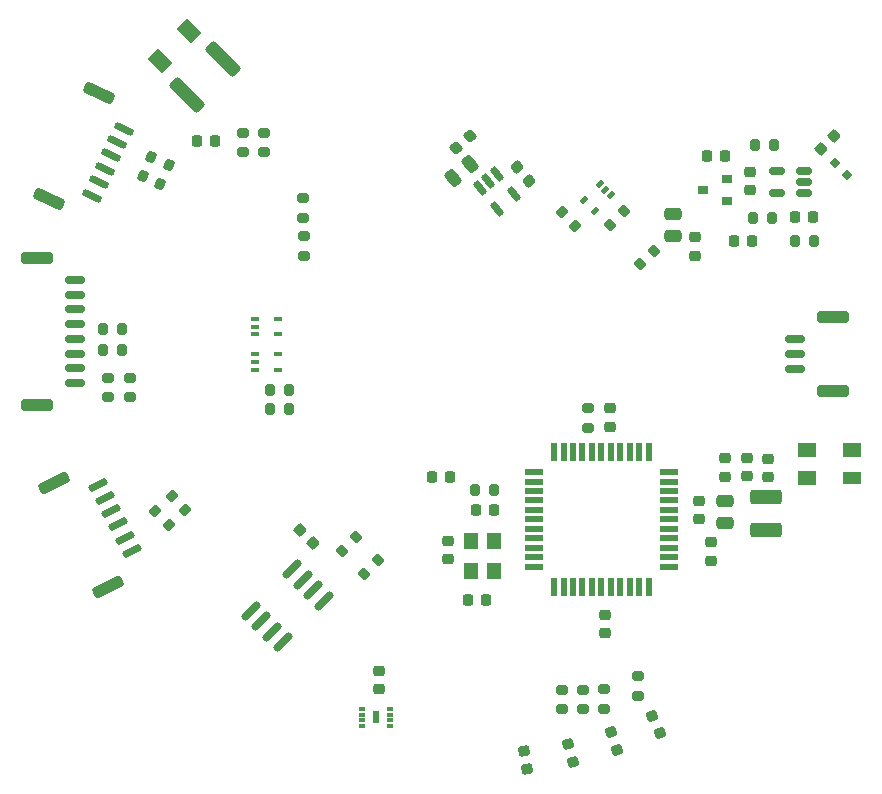
<source format=gbr>
%TF.GenerationSoftware,KiCad,Pcbnew,6.0.11+dfsg-1~bpo11+1*%
%TF.CreationDate,2023-06-13T17:33:57+00:00*%
%TF.ProjectId,USTTHUNDERMILLPCB01,55535454-4855-44e4-9445-524d494c4c50,rev?*%
%TF.SameCoordinates,Original*%
%TF.FileFunction,Paste,Top*%
%TF.FilePolarity,Positive*%
%FSLAX46Y46*%
G04 Gerber Fmt 4.6, Leading zero omitted, Abs format (unit mm)*
G04 Created by KiCad (PCBNEW 6.0.11+dfsg-1~bpo11+1) date 2023-06-13 17:33:57*
%MOMM*%
%LPD*%
G01*
G04 APERTURE LIST*
G04 Aperture macros list*
%AMRoundRect*
0 Rectangle with rounded corners*
0 $1 Rounding radius*
0 $2 $3 $4 $5 $6 $7 $8 $9 X,Y pos of 4 corners*
0 Add a 4 corners polygon primitive as box body*
4,1,4,$2,$3,$4,$5,$6,$7,$8,$9,$2,$3,0*
0 Add four circle primitives for the rounded corners*
1,1,$1+$1,$2,$3*
1,1,$1+$1,$4,$5*
1,1,$1+$1,$6,$7*
1,1,$1+$1,$8,$9*
0 Add four rect primitives between the rounded corners*
20,1,$1+$1,$2,$3,$4,$5,0*
20,1,$1+$1,$4,$5,$6,$7,0*
20,1,$1+$1,$6,$7,$8,$9,0*
20,1,$1+$1,$8,$9,$2,$3,0*%
%AMRotRect*
0 Rectangle, with rotation*
0 The origin of the aperture is its center*
0 $1 length*
0 $2 width*
0 $3 Rotation angle, in degrees counterclockwise*
0 Add horizontal line*
21,1,$1,$2,0,0,$3*%
G04 Aperture macros list end*
%ADD10RoundRect,0.200000X0.275000X-0.200000X0.275000X0.200000X-0.275000X0.200000X-0.275000X-0.200000X0*%
%ADD11RoundRect,0.200000X-0.275000X0.200000X-0.275000X-0.200000X0.275000X-0.200000X0.275000X0.200000X0*%
%ADD12RoundRect,0.200000X0.335876X0.053033X0.053033X0.335876X-0.335876X-0.053033X-0.053033X-0.335876X0*%
%ADD13RoundRect,0.225000X0.250000X-0.225000X0.250000X0.225000X-0.250000X0.225000X-0.250000X-0.225000X0*%
%ADD14RoundRect,0.250000X-0.113813X0.524568X-0.496835X0.203174X0.113813X-0.524568X0.496835X-0.203174X0*%
%ADD15RoundRect,0.218750X0.304135X-0.144974X0.190902X0.277619X-0.304135X0.144974X-0.190902X-0.277619X0*%
%ADD16RoundRect,0.218750X0.324689X-0.089959X0.139794X0.306551X-0.324689X0.089959X-0.139794X-0.306551X0*%
%ADD17RoundRect,0.200000X-0.200000X-0.275000X0.200000X-0.275000X0.200000X0.275000X-0.200000X0.275000X0*%
%ADD18RoundRect,0.218750X0.290343X-0.170929X0.214371X0.259924X-0.290343X0.170929X-0.214371X-0.259924X0*%
%ADD19RoundRect,0.200000X0.200000X0.275000X-0.200000X0.275000X-0.200000X-0.275000X0.200000X-0.275000X0*%
%ADD20RoundRect,0.200000X0.297482X0.164711X-0.065042X0.333758X-0.297482X-0.164711X0.065042X-0.333758X0*%
%ADD21RoundRect,0.225000X-0.250000X0.225000X-0.250000X-0.225000X0.250000X-0.225000X0.250000X0.225000X0*%
%ADD22RoundRect,0.250000X0.475000X-0.250000X0.475000X0.250000X-0.475000X0.250000X-0.475000X-0.250000X0*%
%ADD23RoundRect,0.250000X-0.475000X0.250000X-0.475000X-0.250000X0.475000X-0.250000X0.475000X0.250000X0*%
%ADD24RoundRect,0.150000X-0.477297X-0.689429X0.689429X0.477297X0.477297X0.689429X-0.689429X-0.477297X0*%
%ADD25RoundRect,0.150000X-0.571023X0.431779X-0.697808X0.159887X0.571023X-0.431779X0.697808X-0.159887X0*%
%ADD26RoundRect,0.250000X-0.891284X0.691457X-1.102593X0.238303X0.891284X-0.691457X1.102593X-0.238303X0*%
%ADD27R,0.650000X0.400000*%
%ADD28RoundRect,0.225000X0.225000X0.250000X-0.225000X0.250000X-0.225000X-0.250000X0.225000X-0.250000X0*%
%ADD29RotRect,1.300000X1.700000X225.000000*%
%ADD30RoundRect,0.250000X-1.075000X0.375000X-1.075000X-0.375000X1.075000X-0.375000X1.075000X0.375000X0*%
%ADD31RoundRect,0.225000X0.336138X-0.011663X0.046884X0.333057X-0.336138X0.011663X-0.046884X-0.333057X0*%
%ADD32RoundRect,0.150000X-0.444335X0.296180X0.214522X-0.489016X0.444335X-0.296180X-0.214522X0.489016X0*%
%ADD33R,0.900000X0.800000*%
%ADD34R,1.550000X1.150000*%
%ADD35R,1.550000X1.050000*%
%ADD36R,1.500000X0.550000*%
%ADD37R,0.550000X1.500000*%
%ADD38RotRect,0.600000X0.700000X135.000000*%
%ADD39RoundRect,0.225000X-0.225000X-0.250000X0.225000X-0.250000X0.225000X0.250000X-0.225000X0.250000X0*%
%ADD40RoundRect,0.200000X-0.053033X0.335876X-0.335876X0.053033X0.053033X-0.335876X0.335876X-0.053033X0*%
%ADD41RoundRect,0.150000X-0.691803X-0.184142X-0.555606X-0.451444X0.691803X0.184142X0.555606X0.451444X0*%
%ADD42RoundRect,0.250000X-1.093605X-0.276638X-0.866610X-0.722141X1.093605X0.276638X0.866610X0.722141X0*%
%ADD43RoundRect,0.150000X0.512500X0.150000X-0.512500X0.150000X-0.512500X-0.150000X0.512500X-0.150000X0*%
%ADD44RoundRect,0.200000X0.053033X-0.335876X0.335876X-0.053033X-0.053033X0.335876X-0.335876X0.053033X0*%
%ADD45R,1.200000X1.400000*%
%ADD46RoundRect,0.150000X0.700000X-0.150000X0.700000X0.150000X-0.700000X0.150000X-0.700000X-0.150000X0*%
%ADD47RoundRect,0.250000X1.100000X-0.250000X1.100000X0.250000X-1.100000X0.250000X-1.100000X-0.250000X0*%
%ADD48RoundRect,0.225000X-0.017678X0.335876X-0.335876X0.017678X0.017678X-0.335876X0.335876X-0.017678X0*%
%ADD49RoundRect,0.225000X0.335876X0.017678X0.017678X0.335876X-0.335876X-0.017678X-0.017678X-0.335876X0*%
%ADD50RoundRect,0.250000X0.804334X-1.246276X1.246276X-0.804334X-0.804334X1.246276X-1.246276X0.804334X0*%
%ADD51RotRect,0.650000X0.400000X225.000000*%
%ADD52RoundRect,0.225000X-0.011663X-0.336138X0.333057X-0.046884X0.011663X0.336138X-0.333057X0.046884X0*%
%ADD53R,0.600000X0.300000*%
%ADD54R,0.600000X1.020000*%
%ADD55RoundRect,0.150000X-0.700000X0.150000X-0.700000X-0.150000X0.700000X-0.150000X0.700000X0.150000X0*%
%ADD56RoundRect,0.250000X-1.100000X0.250000X-1.100000X-0.250000X1.100000X-0.250000X1.100000X0.250000X0*%
%ADD57RoundRect,0.218750X0.315613X-0.117915X0.165979X0.293200X-0.315613X0.117915X-0.165979X-0.293200X0*%
G04 APERTURE END LIST*
D10*
%TO.C,R5*%
X8884000Y-31695400D03*
X8884000Y-30045400D03*
%TD*%
D11*
%TO.C,R26*%
X9300000Y-6225000D03*
X9300000Y-7875000D03*
%TD*%
D12*
%TO.C,R16*%
X-24771000Y-14815000D03*
X-25937726Y-13648274D03*
%TD*%
D13*
%TO.C,C14*%
X20919200Y-12015000D03*
X20919200Y-10465000D03*
%TD*%
D14*
%TO.C,C6*%
X-638094Y14482552D03*
X-2093578Y13261256D03*
%TD*%
D15*
%TO.C,D3*%
X8071820Y-36149667D03*
X7664180Y-34628333D03*
%TD*%
D10*
%TO.C,R21*%
X13583000Y-30562000D03*
X13583000Y-28912000D03*
%TD*%
%TO.C,R9*%
X-14800000Y9900000D03*
X-14800000Y11550000D03*
%TD*%
D16*
%TO.C,D6*%
X15439812Y-33689717D03*
X14774188Y-32262283D03*
%TD*%
D17*
%TO.C,R3*%
X26810200Y7979600D03*
X28460200Y7979600D03*
%TD*%
%TO.C,R1*%
X23445200Y16107600D03*
X25095200Y16107600D03*
%TD*%
D18*
%TO.C,D4*%
X4194748Y-36799536D03*
X3921252Y-35248464D03*
%TD*%
D19*
%TO.C,R8*%
X-15975000Y-6300000D03*
X-17625000Y-6300000D03*
%TD*%
D20*
%TO.C,R24*%
X-26154592Y14352680D03*
X-27650000Y15050000D03*
%TD*%
D21*
%TO.C,C10*%
X18400000Y8250000D03*
X18400000Y6700000D03*
%TD*%
D22*
%TO.C,C9*%
X16500000Y8350000D03*
X16500000Y10250000D03*
%TD*%
D23*
%TO.C,C21*%
X20900800Y-14040000D03*
X20900800Y-15940000D03*
%TD*%
D24*
%TO.C,U9*%
X-19232128Y-23346051D03*
X-18334102Y-24244076D03*
X-17436076Y-25142102D03*
X-16538051Y-26040128D03*
X-13037872Y-22539949D03*
X-13935898Y-21641924D03*
X-14833924Y-20743898D03*
X-15731949Y-19845872D03*
%TD*%
D12*
%TO.C,R27*%
X8250000Y9250000D03*
X7083274Y10416726D03*
%TD*%
D11*
%TO.C,R7*%
X-18100000Y17100000D03*
X-18100000Y15450000D03*
%TD*%
D25*
%TO.C,J1*%
X-30002649Y17450368D03*
X-30530921Y16317483D03*
X-31059194Y15184599D03*
X-31587467Y14051714D03*
X-32115740Y12918829D03*
X-32644013Y11785944D03*
D26*
X-32120990Y20479416D03*
X-36326041Y11461653D03*
%TD*%
D13*
%TO.C,C19*%
X11220000Y-7775000D03*
X11220000Y-6225000D03*
%TD*%
D27*
%TO.C,U10*%
X-18850000Y-1650000D03*
X-18850000Y-2300000D03*
X-18850000Y-2950000D03*
X-16950000Y-2950000D03*
X-16950000Y-1650000D03*
%TD*%
D28*
%TO.C,C17*%
X725000Y-22420000D03*
X-825000Y-22420000D03*
%TD*%
D29*
%TO.C,D2*%
X-24462563Y25687437D03*
X-26937437Y23212563D03*
%TD*%
D21*
%TO.C,C15*%
X-2500000Y-17425000D03*
X-2500000Y-18975000D03*
%TD*%
D30*
%TO.C,L1*%
X24400000Y-13700000D03*
X24400000Y-16500000D03*
%TD*%
D31*
%TO.C,C8*%
X4298160Y13006316D03*
X3301840Y14193684D03*
%TD*%
D19*
%TO.C,R19*%
X-30125000Y500000D03*
X-31775000Y500000D03*
%TD*%
D32*
%TO.C,U3*%
X1596571Y13632024D03*
X868829Y13021376D03*
X141087Y12410727D03*
X1603429Y10667976D03*
X3058913Y11889273D03*
%TD*%
D33*
%TO.C,U1*%
X21060000Y11286000D03*
X21060000Y13186000D03*
X19060000Y12236000D03*
%TD*%
D19*
%TO.C,R10*%
X-15975000Y-4700000D03*
X-17625000Y-4700000D03*
%TD*%
D21*
%TO.C,C18*%
X10789000Y-23692000D03*
X10789000Y-25242000D03*
%TD*%
D34*
%TO.C,SW1*%
X31700000Y-9750000D03*
X27900000Y-9750000D03*
X27900000Y-12150000D03*
D35*
X31700000Y-12150000D03*
%TD*%
D27*
%TO.C,U11*%
X-18850000Y1350000D03*
X-18850000Y700000D03*
X-18850000Y50000D03*
X-16950000Y50000D03*
X-16950000Y1350000D03*
%TD*%
D36*
%TO.C,U8*%
X4750800Y-11630000D03*
X4750800Y-12430000D03*
X4750800Y-13230000D03*
X4750800Y-14030000D03*
X4750800Y-14830000D03*
X4750800Y-15630000D03*
X4750800Y-16430000D03*
X4750800Y-17230000D03*
X4750800Y-18030000D03*
X4750800Y-18830000D03*
X4750800Y-19630000D03*
D37*
X6450800Y-21330000D03*
X7250800Y-21330000D03*
X8050800Y-21330000D03*
X8850800Y-21330000D03*
X9650800Y-21330000D03*
X10450800Y-21330000D03*
X11250800Y-21330000D03*
X12050800Y-21330000D03*
X12850800Y-21330000D03*
X13650800Y-21330000D03*
X14450800Y-21330000D03*
D36*
X16150800Y-19630000D03*
X16150800Y-18830000D03*
X16150800Y-18030000D03*
X16150800Y-17230000D03*
X16150800Y-16430000D03*
X16150800Y-15630000D03*
X16150800Y-14830000D03*
X16150800Y-14030000D03*
X16150800Y-13230000D03*
X16150800Y-12430000D03*
X16150800Y-11630000D03*
D37*
X14450800Y-9930000D03*
X13650800Y-9930000D03*
X12850800Y-9930000D03*
X12050800Y-9930000D03*
X11250800Y-9930000D03*
X10450800Y-9930000D03*
X9650800Y-9930000D03*
X8850800Y-9930000D03*
X8050800Y-9930000D03*
X7250800Y-9930000D03*
X6450800Y-9930000D03*
%TD*%
D38*
%TO.C,D1*%
X30233025Y14508975D03*
X31222975Y13519025D03*
%TD*%
D39*
%TO.C,C4*%
X26860200Y10011600D03*
X28410200Y10011600D03*
%TD*%
D40*
%TO.C,R13*%
X-10344637Y-17152637D03*
X-11511363Y-18319363D03*
%TD*%
D11*
%TO.C,R6*%
X-19878000Y17100000D03*
X-19878000Y15450000D03*
%TD*%
D21*
%TO.C,C16*%
X19750000Y-17575000D03*
X19750000Y-19125000D03*
%TD*%
D39*
%TO.C,C3*%
X21698000Y7918000D03*
X23248000Y7918000D03*
%TD*%
D41*
%TO.C,J6*%
X-32161358Y-12714722D03*
X-31593870Y-13828480D03*
X-31026382Y-14942238D03*
X-30458894Y-16055997D03*
X-29891406Y-17169755D03*
X-29323918Y-18283513D03*
D42*
X-31335256Y-21384645D03*
X-35852462Y-12519130D03*
%TD*%
D40*
%TO.C,R12*%
X-8439637Y-19057637D03*
X-9606363Y-20224363D03*
%TD*%
D21*
%TO.C,C23*%
X18750800Y-14040000D03*
X18750800Y-15590000D03*
%TD*%
D43*
%TO.C,U2*%
X27629700Y11982600D03*
X27629700Y12932600D03*
X27629700Y13882600D03*
X25354700Y13882600D03*
X25354700Y11982600D03*
%TD*%
D44*
%TO.C,R28*%
X11166637Y9316637D03*
X12333363Y10483363D03*
%TD*%
D45*
%TO.C,Y1*%
X-558400Y-17441400D03*
X-558400Y-20041400D03*
X1341600Y-20041400D03*
X1341600Y-17441400D03*
%TD*%
D28*
%TO.C,C22*%
X-22250000Y16400000D03*
X-23800000Y16400000D03*
%TD*%
D46*
%TO.C,J2*%
X26846000Y-2882400D03*
X26846000Y-1632400D03*
X26846000Y-382400D03*
D47*
X30046000Y1467600D03*
X30046000Y-4732400D03*
%TD*%
D17*
%TO.C,R2*%
X23254200Y9884600D03*
X24904200Y9884600D03*
%TD*%
D28*
%TO.C,C1*%
X20962000Y15157000D03*
X19412000Y15157000D03*
%TD*%
D10*
%TO.C,R22*%
X-29450000Y-5275000D03*
X-29450000Y-3625000D03*
%TD*%
%TO.C,R23*%
X-31300000Y-5275000D03*
X-31300000Y-3625000D03*
%TD*%
D11*
%TO.C,R11*%
X-14700000Y8325000D03*
X-14700000Y6675000D03*
%TD*%
D10*
%TO.C,R18*%
X10662000Y-31642000D03*
X10662000Y-29992000D03*
%TD*%
D21*
%TO.C,C5*%
X23063200Y13821600D03*
X23063200Y12271600D03*
%TD*%
D28*
%TO.C,C20*%
X1375000Y-14870000D03*
X-175000Y-14870000D03*
%TD*%
D39*
%TO.C,C25*%
X-3900000Y-12000000D03*
X-2350000Y-12000000D03*
%TD*%
D20*
%TO.C,R25*%
X-26900000Y12750000D03*
X-28395408Y13447320D03*
%TD*%
D13*
%TO.C,C11*%
X-8400000Y-30000000D03*
X-8400000Y-28450000D03*
%TD*%
D48*
%TO.C,C2*%
X30133008Y16848008D03*
X29036992Y15751992D03*
%TD*%
D13*
%TO.C,C13*%
X22799200Y-11985000D03*
X22799200Y-10435000D03*
%TD*%
D12*
%TO.C,R17*%
X-26144274Y-16108726D03*
X-27311000Y-14942000D03*
%TD*%
D19*
%TO.C,R20*%
X-30125000Y-1300000D03*
X-31775000Y-1300000D03*
%TD*%
%TO.C,R14*%
X1365000Y-13170000D03*
X-285000Y-13170000D03*
%TD*%
D49*
%TO.C,C24*%
X-13951992Y-17648008D03*
X-15048008Y-16551992D03*
%TD*%
D50*
%TO.C,F1*%
X-24600000Y20300000D03*
X-21577118Y23322882D03*
%TD*%
D10*
%TO.C,R15*%
X7106000Y-31705000D03*
X7106000Y-30055000D03*
%TD*%
D51*
%TO.C,U12*%
X11231371Y11812132D03*
X10771751Y12271751D03*
X10312132Y12731371D03*
X8968629Y11387868D03*
X9887868Y10468629D03*
%TD*%
D52*
%TO.C,C7*%
X-1867856Y15816114D03*
X-680488Y16812434D03*
%TD*%
D40*
%TO.C,R4*%
X14933363Y7133363D03*
X13766637Y5966637D03*
%TD*%
D53*
%TO.C,U7*%
X-7400000Y-33150000D03*
X-7400000Y-32650000D03*
X-7400000Y-32150000D03*
X-7400000Y-31650000D03*
X-9800000Y-31650000D03*
X-9800000Y-32150000D03*
X-9800000Y-32650000D03*
X-9800000Y-33150000D03*
D54*
X-8600000Y-32400000D03*
%TD*%
D13*
%TO.C,C12*%
X24600000Y-12025000D03*
X24600000Y-10475000D03*
%TD*%
D55*
%TO.C,J5*%
X-34131516Y4651871D03*
X-34131516Y3401871D03*
X-34131516Y2151871D03*
X-34131516Y901871D03*
X-34131516Y-348129D03*
X-34131516Y-1598129D03*
X-34131516Y-2848129D03*
X-34131516Y-4098129D03*
D56*
X-37331516Y-5948129D03*
X-37331516Y6501871D03*
%TD*%
D57*
%TO.C,D5*%
X11820341Y-35113008D03*
X11281659Y-33632992D03*
%TD*%
M02*

</source>
